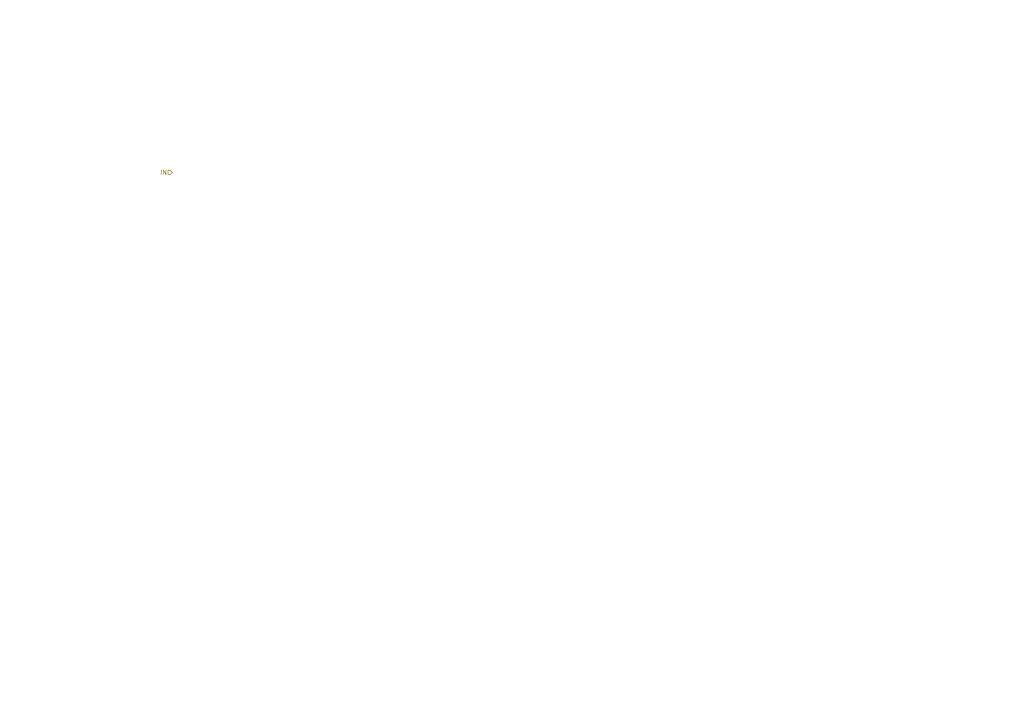
<source format=kicad_sch>
(kicad_sch
	(version 20231120)
	(generator "kicadtools_test")
	(generator_version "8.0")
	(uuid "00000000-0000-0000-0000-000000000003")
	(paper "A4")
	(title_block
		(title "Output Subsheet")
		(date "2024-12-30")
		(rev "1.0")
	)
	(lib_symbols)
	(hierarchical_label "IN"
		(shape input)
		(at 50 50 180)
		(effects (font (size 1.27 1.27)) (justify right))
		(uuid "hlabel-in")
	)
)

</source>
